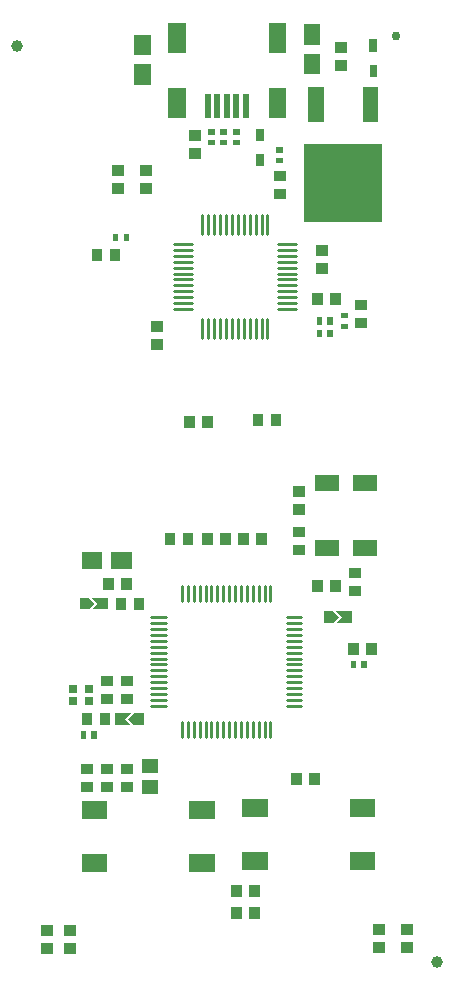
<source format=gtp>
*
*
G04 PADS Layout (Build Number 2007.42.1) generated Gerber (RS-274-X) file*
G04 PC Version=2.1*
*
%IN "MB913-0127-e.pcb"*%
*
%MOIN*%
*
%FSLAX35Y35*%
*
*
*
*
G04 PC Standard Apertures*
*
*
G04 Thermal Relief Aperture macro.*
%AMTER*
1,1,$1,0,0*
1,0,$1-$2,0,0*
21,0,$3,$4,0,0,45*
21,0,$3,$4,0,0,135*
%
*
*
G04 Annular Aperture macro.*
%AMANN*
1,1,$1,0,0*
1,0,$2,0,0*
%
*
*
G04 Odd Aperture macro.*
%AMODD*
1,1,$1,0,0*
1,0,$1-0.005,0,0*
%
*
*
G04 PC Custom Aperture Macros*
*
*
*
*
*
*
G04 PC Aperture Table*
*
%ADD010R,0.02362X0.02362*%
%ADD011C,0.01*%
%ADD019R,0.035X0.035*%
%ADD024R,0.06X0.06*%
%ADD032C,0.03*%
%ADD033C,0.039*%
%ADD040C,0.01013*%
%ADD043C,0.00984*%
%ADD044R,0.02X0.02*%
%ADD045R,0.05906X0.05906*%
%ADD048R,0.05118X0.05118*%
%ADD049R,0.02756X0.02756*%
%ADD051R,0.26378X0.26378*%
%ADD052R,0.045X0.045*%
%ADD061R,0.025X0.025*%
%ADD062R,0.01772X0.01772*%
*
*
*
*
G04 PC Copper Outlines (0)*
G04 Layer Name MB913-0127-e.pcb - dark (0)*
%LPD*%
*
*
G04 PC Area=_PSI_PAC_JUMPER_000_*
G75*
G36*
G01*
X1989616Y1780740D02*
X1992765D01*
X1994734Y1782709D01*
X1992765Y1784677D01*
X1989616D01*
Y1780740D01*
G37*
G74*
*
*
G04 PC Copper Outlines (1)*
G04 Layer Name MB913-0127-e.pcb - dark (1)*
%LPD*%
*
*
G04 PC Area=_PSI_PAC_JUMPER_001_*
G75*
G36*
G01*
X1993750Y1784677D02*
X1995718Y1782709D01*
X1993750Y1780740D01*
X1999065D01*
Y1784677D01*
X1993750D01*
G37*
G74*
*
*
G04 PC Copper Outlines (2)*
G04 Layer Name MB913-0127-e.pcb - dark (2)*
%LPD*%
*
*
G04 PC Area=_PSI_PAC_JUMPER_000_*
G75*
G36*
G01*
X2070846Y1776350D02*
X2073996D01*
X2075965Y1778319D01*
X2073996Y1780287D01*
X2070846D01*
Y1776350D01*
G37*
G74*
*
*
G04 PC Copper Outlines (3)*
G04 Layer Name MB913-0127-e.pcb - dark (3)*
%LPD*%
*
*
G04 PC Area=_PSI_PAC_JUMPER_001_*
G75*
G36*
G01*
X2074980Y1780287D02*
X2076949Y1778319D01*
X2074980Y1776350D01*
X2080295D01*
Y1780287D01*
X2074980D01*
G37*
G74*
*
*
G04 PC Copper Outlines (4)*
G04 Layer Name MB913-0127-e.pcb - dark (4)*
%LPD*%
*
*
G04 PC Area=_PSI_PAC_JUMPER_000_P324000000*
G75*
G36*
G01*
X2010823Y1746303D02*
X2007673D01*
X2005705Y1744335D01*
X2007673Y1742366D01*
X2010823D01*
Y1746303D01*
G37*
G74*
*
*
G04 PC Copper Outlines (5)*
G04 Layer Name MB913-0127-e.pcb - dark (5)*
%LPD*%
*
*
G04 PC Area=_PSI_PAC_JUMPER_001_P324000000*
G75*
G36*
G01*
X2006689Y1742366D02*
X2004720Y1744335D01*
X2006689Y1746303D01*
X2001374D01*
Y1742366D01*
X2006689D01*
G37*
G74*
*
*
G04 PC Copper Outlines (6)*
G04 Layer Name MB913-0127-e.pcb - dark (6)*
%LPD*%
*
*
G04 PC Area=_PSI_PAC_CASE-A_000_P162000000*
G75*
G36*
G01*
X2013340Y1955609D02*
Y1962409D01*
X2007740D01*
Y1955609D01*
X2013340D01*
G37*
G74*
*
*
G04 PC Copper Outlines (7)*
G04 Layer Name MB913-0127-e.pcb - dark (7)*
%LPD*%
*
*
G04 PC Area=_PSI_PAC_CASE-A_001_P162000000*
G75*
G36*
G01*
X2013340Y1965409D02*
Y1972209D01*
X2007740D01*
Y1965409D01*
X2013340D01*
G37*
G74*
*
*
G04 PC Copper Outlines (8)*
G04 Layer Name MB913-0127-e.pcb - dark (8)*
%LPD*%
*
*
G04 PC Area=_PSI_PAC_CASE-A_000_P162000000*
G75*
G36*
G01*
X2069740Y1959209D02*
Y1966009D01*
X2064140D01*
Y1959209D01*
X2069740D01*
G37*
G74*
*
*
G04 PC Copper Outlines (9)*
G04 Layer Name MB913-0127-e.pcb - dark (9)*
%LPD*%
*
*
G04 PC Area=_PSI_PAC_CASE-A_001_P162000000*
G75*
G36*
G01*
X2069740Y1969009D02*
Y1975809D01*
X2064140D01*
Y1969009D01*
X2069740D01*
G37*
G74*
*
*
G04 PC Copper Outlines (10)*
G04 Layer Name MB913-0127-e.pcb - dark (10)*
%LPD*%
*
*
G04 PC Area=_PSI_PAC_CASE-AA_000_P324000000*
G75*
G36*
G01*
X2006840Y1799909D02*
X2000040D01*
Y1794309D01*
X2006840D01*
Y1799909D01*
G37*
G74*
*
*
G04 PC Copper Outlines (11)*
G04 Layer Name MB913-0127-e.pcb - dark (11)*
%LPD*%
*
*
G04 PC Area=_PSI_PAC_CASE-AA_001_P324000000*
G75*
G36*
G01*
X1997040Y1799909D02*
X1990240D01*
Y1794309D01*
X1997040D01*
Y1799909D01*
G37*
G74*
*
*
G04 PC Copper Outlines (12)*
G04 Layer Name MB913-0127-e.pcb - dark (12)*
%LPD*%
*
*
G04 PC Area=Custom_Thermal*
*
G04 PC Custom Flashes*
G04 Layer Name MB913-0127-e.pcb - flashes*
%LPD*%
*
*
G04 PC Circuitry*
G04 Layer Name MB913-0127-e.pcb - circuitry*
%LPD*%
*
G54D10*
G01X2087340Y1961189D02*
Y1959378D01*
X2049606Y1931457D02*
Y1929646D01*
G54D11*
X2032402Y1871359D02*
Y1877459D01*
X2034371Y1871359D02*
Y1877459D01*
X2036339Y1871359D02*
Y1877459D01*
X2038308Y1871359D02*
Y1877459D01*
X2040276Y1871359D02*
Y1877459D01*
X2042245Y1871359D02*
Y1877459D01*
X2044213Y1871359D02*
Y1877459D01*
X2046182Y1871359D02*
Y1877459D01*
X2048150Y1871359D02*
Y1877459D01*
X2050119Y1871359D02*
Y1877459D01*
X2061633Y1882873D02*
X2055533D01*
X2061633Y1884842D02*
X2055533D01*
X2061633Y1886810D02*
X2055533D01*
X2061633Y1888779D02*
X2055533D01*
X2061633Y1890747D02*
X2055533D01*
X2061633Y1892716D02*
X2055533D01*
X2061633Y1894684D02*
X2055533D01*
X2061633Y1896653D02*
X2055533D01*
X2061633Y1898621D02*
X2055533D01*
X2061633Y1900590D02*
X2055533D01*
X2050119Y1906004D02*
Y1912104D01*
X2048150Y1906004D02*
Y1912104D01*
X2046182Y1906004D02*
Y1912104D01*
X2044213Y1906004D02*
Y1912104D01*
X2042245Y1906004D02*
Y1912104D01*
X2040276Y1906004D02*
Y1912104D01*
X2038308Y1906004D02*
Y1912104D01*
X2036339Y1906004D02*
Y1912104D01*
X2034371Y1906004D02*
Y1912104D01*
X2032402Y1906004D02*
Y1912104D01*
X2026988Y1900590D02*
X2020888D01*
X2026988Y1898621D02*
X2020888D01*
X2026988Y1896653D02*
X2020888D01*
X2026988Y1894684D02*
X2020888D01*
X2026988Y1892716D02*
X2020888D01*
X2026988Y1890747D02*
X2020888D01*
X2026988Y1888779D02*
X2020888D01*
X2026988Y1886810D02*
X2020888D01*
X2026988Y1884842D02*
X2020888D01*
X2026988Y1882873D02*
X2020888D01*
X1992372Y1782709D03*
X1996702D03*
X2073602Y1778319D03*
X2077933D03*
X2008067Y1744335D03*
X2003736D03*
G54D19*
X2081090Y1792909D02*
X2081590D01*
X2081090Y1786909D02*
X2081590D01*
X2062872Y1814012D02*
X2062372D01*
X2062872Y1820012D02*
X2062372D01*
X2050140Y1804559D02*
Y1804059D01*
X2044140Y1804559D02*
Y1804059D01*
X2019540D02*
Y1804559D01*
X2025540Y1804059D02*
Y1804559D01*
X2005140Y1789559D02*
Y1789059D01*
X1999140Y1789559D02*
Y1789059D01*
X2076790Y1962109D02*
X2076290D01*
X2076790Y1968109D02*
X2076290D01*
X2082890Y1882309D02*
X2083390D01*
X2082890Y1876309D02*
X2083390D01*
X2068740Y1788459D02*
Y1788959D01*
X2074740Y1788459D02*
Y1788959D01*
X2001331Y1899278D02*
Y1898778D01*
X1995331Y1899278D02*
Y1898778D01*
X2015590Y1869109D02*
X2015090D01*
X2015590Y1875109D02*
X2015090D01*
X2054940Y1844159D02*
Y1843659D01*
X2048940Y1844159D02*
Y1843659D01*
X2026140Y1843059D02*
Y1843559D01*
X2032140Y1843059D02*
Y1843559D01*
X2069935Y1900425D02*
X2070435D01*
X2069935Y1894425D02*
X2070435D01*
X1997940Y1744559D02*
Y1744059D01*
X1991940Y1744559D02*
Y1744059D01*
X1986439Y1667693D02*
X1985939D01*
X1986439Y1673693D02*
X1985939D01*
X2089451Y1668067D02*
X2088951D01*
X2089451Y1674067D02*
X2088951D01*
X2086740Y1767959D02*
Y1767459D01*
X2080740Y1767959D02*
Y1767459D01*
X2005390Y1721509D02*
X2004890D01*
X2005390Y1727509D02*
X2004890D01*
X2047846Y1679679D02*
Y1679179D01*
X2041846Y1679679D02*
Y1679179D01*
X2011467Y1927146D02*
X2011967D01*
X2011467Y1921146D02*
X2011967D01*
X2003340Y1782459D02*
Y1782959D01*
X2009340Y1782459D02*
Y1782959D01*
X2047846Y1687167D02*
Y1686667D01*
X2041846Y1687167D02*
Y1686667D01*
X1978951Y1667709D02*
X1978451D01*
X1978951Y1673709D02*
X1978451D01*
X2001923Y1927146D02*
X2002423D01*
X2001923Y1921146D02*
X2002423D01*
X2062352Y1806563D02*
X2062852D01*
X2062352Y1800563D02*
X2062852D01*
X2074740Y1884359D02*
Y1883859D01*
X2068740Y1884359D02*
Y1883859D01*
X2098809Y1668067D02*
X2098309D01*
X2098809Y1674067D02*
X2098309D01*
X2055955Y1925177D02*
X2056455D01*
X2055955Y1919177D02*
X2056455D01*
X2004890Y1756909D02*
X2005390D01*
X2004890Y1750909D02*
X2005390D01*
X1998290Y1756909D02*
X1998790D01*
X1998290Y1750909D02*
X1998790D01*
X1992190Y1721509D02*
X1991690D01*
X1992190Y1727509D02*
X1991690D01*
X2067815Y1724608D02*
Y1724108D01*
X2061815Y1724608D02*
Y1724108D01*
X2032140Y1804059D02*
Y1804559D01*
X2038140Y1804059D02*
Y1804559D01*
X1998290Y1727509D02*
X1998790D01*
X1998290Y1721509D02*
X1998790D01*
X2028190Y1932709D02*
X2027690D01*
X2028190Y1938709D02*
X2027690D01*
G54D24*
X2082490Y1696909D02*
X2084990D01*
X2046663D02*
X2049163D01*
X2082490Y1714626D02*
X2084990D01*
X2046663D02*
X2049163D01*
X2029090Y1696309D02*
X2031590D01*
X1993263D02*
X1995763D01*
X2029090Y1714026D02*
X2031590D01*
X1993263D02*
X1995763D01*
G54D32*
X2094882Y1972047D03*
X2010540Y1959009D03*
Y1968809D03*
X2066940Y1962609D03*
Y1972409D03*
X2003440Y1797109D03*
X1993640D03*
G54D33*
X2108740Y1663386D03*
X1968504Y1968504D03*
G54D40*
X2030434Y1871365D02*
Y1877452D01*
X2052088Y1871365D02*
Y1877452D01*
X2061627Y1880905D02*
X2055540D01*
X2061627Y1902558D02*
X2055540D01*
X2052087Y1906011D02*
Y1912098D01*
X2030434Y1906011D02*
Y1912098D01*
X2026981Y1902558D02*
X2020894D01*
X2026981Y1880905D02*
X2020894D01*
G54D43*
X2053110Y1788484D02*
Y1783563D01*
X2051142Y1788484D02*
Y1783563D01*
X2049173Y1788484D02*
Y1783563D01*
X2047205Y1788484D02*
Y1783563D01*
X2045236Y1788484D02*
Y1783563D01*
X2043268Y1788484D02*
Y1783563D01*
X2041299Y1788484D02*
Y1783563D01*
X2039331Y1788484D02*
Y1783563D01*
X2037362Y1788484D02*
Y1783563D01*
X2035394Y1788484D02*
Y1783563D01*
X2033425Y1788484D02*
Y1783563D01*
X2031457Y1788484D02*
Y1783563D01*
X2029488Y1788484D02*
Y1783563D01*
X2027520Y1788484D02*
Y1783563D01*
X2025551Y1788484D02*
Y1783563D01*
X2023583Y1788484D02*
Y1783563D01*
X2018130Y1778150D02*
X2013209D01*
X2018130Y1776181D02*
X2013209D01*
X2018130Y1774213D02*
X2013209D01*
X2018130Y1772244D02*
X2013209D01*
X2018130Y1770276D02*
X2013209D01*
X2018130Y1768307D02*
X2013209D01*
X2018130Y1766339D02*
X2013209D01*
X2018130Y1764370D02*
X2013209D01*
X2018130Y1762402D02*
X2013209D01*
X2018130Y1760433D02*
X2013209D01*
X2018130Y1758465D02*
X2013209D01*
X2018130Y1756496D02*
X2013209D01*
X2018130Y1754528D02*
X2013209D01*
X2018130Y1752559D02*
X2013209D01*
X2018130Y1750591D02*
X2013209D01*
X2018130Y1748622D02*
X2013209D01*
X2023583Y1743209D02*
Y1738287D01*
X2025551Y1743209D02*
Y1738287D01*
X2027520Y1743209D02*
Y1738287D01*
X2029488Y1743209D02*
Y1738287D01*
X2031457Y1743209D02*
Y1738287D01*
X2033425Y1743209D02*
Y1738287D01*
X2035394Y1743209D02*
Y1738287D01*
X2037362Y1743209D02*
Y1738287D01*
X2039331Y1743209D02*
Y1738287D01*
X2041299Y1743209D02*
Y1738287D01*
X2043268Y1743209D02*
Y1738287D01*
X2045236Y1743209D02*
Y1738287D01*
X2047205Y1743209D02*
Y1738287D01*
X2049173Y1743209D02*
Y1738287D01*
X2051142Y1743209D02*
Y1738287D01*
X2053110Y1743209D02*
Y1738287D01*
X2063445Y1748622D02*
X2058524D01*
X2063445Y1750591D02*
X2058524D01*
X2063445Y1752559D02*
X2058524D01*
X2063445Y1754528D02*
X2058524D01*
X2063445Y1756496D02*
X2058524D01*
X2063445Y1758465D02*
X2058524D01*
X2063445Y1760433D02*
X2058524D01*
X2063445Y1762402D02*
X2058524D01*
X2063445Y1764370D02*
X2058524D01*
X2063445Y1766339D02*
X2058524D01*
X2063445Y1768307D02*
X2058524D01*
X2063445Y1770276D02*
X2058524D01*
X2063445Y1772244D02*
X2058524D01*
X2063445Y1774213D02*
X2058524D01*
X2063445Y1776181D02*
X2058524D01*
X2063445Y1778150D02*
X2058524D01*
G54D44*
X2044803Y1945425D02*
Y1951425D01*
X2041653Y1945425D02*
Y1951425D01*
X2038503Y1945425D02*
Y1951425D01*
X2035353Y1945425D02*
Y1951425D01*
X2032203Y1945425D02*
Y1951425D01*
G54D45*
X2021969Y1947403D02*
Y1951497D01*
X2055433Y1947403D02*
Y1951497D01*
Y1969128D02*
Y1973222D01*
X2021969Y1969103D02*
Y1973197D01*
G54D48*
X2086017Y1801282D02*
X2083261D01*
X2086017Y1822935D02*
X2083261D01*
X2073419D02*
X2070663D01*
X2073419Y1801282D02*
X2070663D01*
X2086350Y1952323D02*
Y1945630D01*
X2068240Y1952323D02*
Y1945630D01*
G54D49*
X2087340Y1969417D02*
Y1968000D01*
X2049606Y1939685D02*
Y1938268D01*
G54D51*
X2077295Y1922795D03*
G54D52*
X2013440Y1721509D02*
X2012440D01*
X2013440Y1728509D02*
X2012440D01*
G54D61*
X1992540Y1754109D03*
Y1750109D03*
X1987140Y1754109D03*
Y1750109D03*
G54D62*
X2001465Y1904567D02*
Y1905157D01*
X2005008Y1904567D02*
Y1905157D01*
X1990769Y1738613D02*
Y1739204D01*
X1994312Y1738613D02*
Y1739204D01*
X2080769Y1762013D02*
Y1762604D01*
X2084312Y1762013D02*
Y1762604D01*
X2056435Y1930337D02*
X2055845D01*
X2056435Y1933880D02*
X2055845D01*
X2033635Y1936337D02*
X2033045D01*
X2033635Y1939880D02*
X2033045D01*
X2042035Y1936337D02*
X2041445D01*
X2042035Y1939880D02*
X2041445D01*
X2037835Y1936337D02*
X2037245D01*
X2037835Y1939880D02*
X2037245D01*
X2078035Y1875137D02*
X2077445D01*
X2078035Y1878680D02*
X2077445D01*
X2069369Y1876613D02*
Y1877204D01*
X2072912Y1876613D02*
Y1877204D01*
X2069369Y1872413D02*
Y1873004D01*
X2072912Y1872413D02*
Y1873004D01*
X0Y0D02*
M02*

</source>
